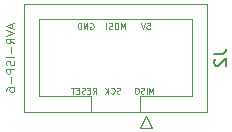
<source format=gbr>
%TF.GenerationSoftware,KiCad,Pcbnew,7.0.10*%
%TF.CreationDate,2024-03-10T15:03:06+01:00*%
%TF.ProjectId,dmg-gbc-cartridge-reader,646d672d-6762-4632-9d63-617274726964,rev?*%
%TF.SameCoordinates,Original*%
%TF.FileFunction,Legend,Bot*%
%TF.FilePolarity,Positive*%
%FSLAX46Y46*%
G04 Gerber Fmt 4.6, Leading zero omitted, Abs format (unit mm)*
G04 Created by KiCad (PCBNEW 7.0.10) date 2024-03-10 15:03:06*
%MOMM*%
%LPD*%
G01*
G04 APERTURE LIST*
%ADD10C,0.070000*%
%ADD11C,0.150000*%
%ADD12C,0.100000*%
%ADD13C,0.120000*%
G04 APERTURE END LIST*
D10*
X77493714Y-94588669D02*
X77493714Y-94088669D01*
X77493714Y-94088669D02*
X77327047Y-94445812D01*
X77327047Y-94445812D02*
X77160381Y-94088669D01*
X77160381Y-94088669D02*
X77160381Y-94588669D01*
X76922285Y-94588669D02*
X76922285Y-94088669D01*
X76707999Y-94564860D02*
X76636571Y-94588669D01*
X76636571Y-94588669D02*
X76517523Y-94588669D01*
X76517523Y-94588669D02*
X76469904Y-94564860D01*
X76469904Y-94564860D02*
X76446095Y-94541050D01*
X76446095Y-94541050D02*
X76422285Y-94493431D01*
X76422285Y-94493431D02*
X76422285Y-94445812D01*
X76422285Y-94445812D02*
X76446095Y-94398193D01*
X76446095Y-94398193D02*
X76469904Y-94374383D01*
X76469904Y-94374383D02*
X76517523Y-94350574D01*
X76517523Y-94350574D02*
X76612761Y-94326764D01*
X76612761Y-94326764D02*
X76660380Y-94302955D01*
X76660380Y-94302955D02*
X76684190Y-94279145D01*
X76684190Y-94279145D02*
X76707999Y-94231526D01*
X76707999Y-94231526D02*
X76707999Y-94183907D01*
X76707999Y-94183907D02*
X76684190Y-94136288D01*
X76684190Y-94136288D02*
X76660380Y-94112479D01*
X76660380Y-94112479D02*
X76612761Y-94088669D01*
X76612761Y-94088669D02*
X76493714Y-94088669D01*
X76493714Y-94088669D02*
X76422285Y-94112479D01*
X76112762Y-94088669D02*
X76017524Y-94088669D01*
X76017524Y-94088669D02*
X75969905Y-94112479D01*
X75969905Y-94112479D02*
X75922286Y-94160098D01*
X75922286Y-94160098D02*
X75898476Y-94255336D01*
X75898476Y-94255336D02*
X75898476Y-94422002D01*
X75898476Y-94422002D02*
X75922286Y-94517240D01*
X75922286Y-94517240D02*
X75969905Y-94564860D01*
X75969905Y-94564860D02*
X76017524Y-94588669D01*
X76017524Y-94588669D02*
X76112762Y-94588669D01*
X76112762Y-94588669D02*
X76160381Y-94564860D01*
X76160381Y-94564860D02*
X76208000Y-94517240D01*
X76208000Y-94517240D02*
X76231809Y-94422002D01*
X76231809Y-94422002D02*
X76231809Y-94255336D01*
X76231809Y-94255336D02*
X76208000Y-94160098D01*
X76208000Y-94160098D02*
X76160381Y-94112479D01*
X76160381Y-94112479D02*
X76112762Y-94088669D01*
X72135952Y-88651479D02*
X72183571Y-88627669D01*
X72183571Y-88627669D02*
X72255000Y-88627669D01*
X72255000Y-88627669D02*
X72326428Y-88651479D01*
X72326428Y-88651479D02*
X72374047Y-88699098D01*
X72374047Y-88699098D02*
X72397857Y-88746717D01*
X72397857Y-88746717D02*
X72421666Y-88841955D01*
X72421666Y-88841955D02*
X72421666Y-88913383D01*
X72421666Y-88913383D02*
X72397857Y-89008621D01*
X72397857Y-89008621D02*
X72374047Y-89056240D01*
X72374047Y-89056240D02*
X72326428Y-89103860D01*
X72326428Y-89103860D02*
X72255000Y-89127669D01*
X72255000Y-89127669D02*
X72207381Y-89127669D01*
X72207381Y-89127669D02*
X72135952Y-89103860D01*
X72135952Y-89103860D02*
X72112143Y-89080050D01*
X72112143Y-89080050D02*
X72112143Y-88913383D01*
X72112143Y-88913383D02*
X72207381Y-88913383D01*
X71897857Y-89127669D02*
X71897857Y-88627669D01*
X71897857Y-88627669D02*
X71612143Y-89127669D01*
X71612143Y-89127669D02*
X71612143Y-88627669D01*
X71374047Y-89127669D02*
X71374047Y-88627669D01*
X71374047Y-88627669D02*
X71254999Y-88627669D01*
X71254999Y-88627669D02*
X71183571Y-88651479D01*
X71183571Y-88651479D02*
X71135952Y-88699098D01*
X71135952Y-88699098D02*
X71112142Y-88746717D01*
X71112142Y-88746717D02*
X71088333Y-88841955D01*
X71088333Y-88841955D02*
X71088333Y-88913383D01*
X71088333Y-88913383D02*
X71112142Y-89008621D01*
X71112142Y-89008621D02*
X71135952Y-89056240D01*
X71135952Y-89056240D02*
X71183571Y-89103860D01*
X71183571Y-89103860D02*
X71254999Y-89127669D01*
X71254999Y-89127669D02*
X71374047Y-89127669D01*
X76930237Y-88627669D02*
X77168332Y-88627669D01*
X77168332Y-88627669D02*
X77192141Y-88865764D01*
X77192141Y-88865764D02*
X77168332Y-88841955D01*
X77168332Y-88841955D02*
X77120713Y-88818145D01*
X77120713Y-88818145D02*
X77001665Y-88818145D01*
X77001665Y-88818145D02*
X76954046Y-88841955D01*
X76954046Y-88841955D02*
X76930237Y-88865764D01*
X76930237Y-88865764D02*
X76906427Y-88913383D01*
X76906427Y-88913383D02*
X76906427Y-89032431D01*
X76906427Y-89032431D02*
X76930237Y-89080050D01*
X76930237Y-89080050D02*
X76954046Y-89103860D01*
X76954046Y-89103860D02*
X77001665Y-89127669D01*
X77001665Y-89127669D02*
X77120713Y-89127669D01*
X77120713Y-89127669D02*
X77168332Y-89103860D01*
X77168332Y-89103860D02*
X77192141Y-89080050D01*
X76763570Y-88627669D02*
X76596904Y-89127669D01*
X76596904Y-89127669D02*
X76430237Y-88627669D01*
X75080714Y-89127669D02*
X75080714Y-88627669D01*
X75080714Y-88627669D02*
X74914047Y-88984812D01*
X74914047Y-88984812D02*
X74747381Y-88627669D01*
X74747381Y-88627669D02*
X74747381Y-89127669D01*
X74414047Y-88627669D02*
X74318809Y-88627669D01*
X74318809Y-88627669D02*
X74271190Y-88651479D01*
X74271190Y-88651479D02*
X74223571Y-88699098D01*
X74223571Y-88699098D02*
X74199761Y-88794336D01*
X74199761Y-88794336D02*
X74199761Y-88961002D01*
X74199761Y-88961002D02*
X74223571Y-89056240D01*
X74223571Y-89056240D02*
X74271190Y-89103860D01*
X74271190Y-89103860D02*
X74318809Y-89127669D01*
X74318809Y-89127669D02*
X74414047Y-89127669D01*
X74414047Y-89127669D02*
X74461666Y-89103860D01*
X74461666Y-89103860D02*
X74509285Y-89056240D01*
X74509285Y-89056240D02*
X74533094Y-88961002D01*
X74533094Y-88961002D02*
X74533094Y-88794336D01*
X74533094Y-88794336D02*
X74509285Y-88699098D01*
X74509285Y-88699098D02*
X74461666Y-88651479D01*
X74461666Y-88651479D02*
X74414047Y-88627669D01*
X74009284Y-89103860D02*
X73937856Y-89127669D01*
X73937856Y-89127669D02*
X73818808Y-89127669D01*
X73818808Y-89127669D02*
X73771189Y-89103860D01*
X73771189Y-89103860D02*
X73747380Y-89080050D01*
X73747380Y-89080050D02*
X73723570Y-89032431D01*
X73723570Y-89032431D02*
X73723570Y-88984812D01*
X73723570Y-88984812D02*
X73747380Y-88937193D01*
X73747380Y-88937193D02*
X73771189Y-88913383D01*
X73771189Y-88913383D02*
X73818808Y-88889574D01*
X73818808Y-88889574D02*
X73914046Y-88865764D01*
X73914046Y-88865764D02*
X73961665Y-88841955D01*
X73961665Y-88841955D02*
X73985475Y-88818145D01*
X73985475Y-88818145D02*
X74009284Y-88770526D01*
X74009284Y-88770526D02*
X74009284Y-88722907D01*
X74009284Y-88722907D02*
X73985475Y-88675288D01*
X73985475Y-88675288D02*
X73961665Y-88651479D01*
X73961665Y-88651479D02*
X73914046Y-88627669D01*
X73914046Y-88627669D02*
X73794999Y-88627669D01*
X73794999Y-88627669D02*
X73723570Y-88651479D01*
X73509285Y-89127669D02*
X73509285Y-88627669D01*
X72354190Y-94588669D02*
X72520856Y-94350574D01*
X72639904Y-94588669D02*
X72639904Y-94088669D01*
X72639904Y-94088669D02*
X72449428Y-94088669D01*
X72449428Y-94088669D02*
X72401809Y-94112479D01*
X72401809Y-94112479D02*
X72377999Y-94136288D01*
X72377999Y-94136288D02*
X72354190Y-94183907D01*
X72354190Y-94183907D02*
X72354190Y-94255336D01*
X72354190Y-94255336D02*
X72377999Y-94302955D01*
X72377999Y-94302955D02*
X72401809Y-94326764D01*
X72401809Y-94326764D02*
X72449428Y-94350574D01*
X72449428Y-94350574D02*
X72639904Y-94350574D01*
X72139904Y-94326764D02*
X71973237Y-94326764D01*
X71901809Y-94588669D02*
X72139904Y-94588669D01*
X72139904Y-94588669D02*
X72139904Y-94088669D01*
X72139904Y-94088669D02*
X71901809Y-94088669D01*
X71711332Y-94564860D02*
X71639904Y-94588669D01*
X71639904Y-94588669D02*
X71520856Y-94588669D01*
X71520856Y-94588669D02*
X71473237Y-94564860D01*
X71473237Y-94564860D02*
X71449428Y-94541050D01*
X71449428Y-94541050D02*
X71425618Y-94493431D01*
X71425618Y-94493431D02*
X71425618Y-94445812D01*
X71425618Y-94445812D02*
X71449428Y-94398193D01*
X71449428Y-94398193D02*
X71473237Y-94374383D01*
X71473237Y-94374383D02*
X71520856Y-94350574D01*
X71520856Y-94350574D02*
X71616094Y-94326764D01*
X71616094Y-94326764D02*
X71663713Y-94302955D01*
X71663713Y-94302955D02*
X71687523Y-94279145D01*
X71687523Y-94279145D02*
X71711332Y-94231526D01*
X71711332Y-94231526D02*
X71711332Y-94183907D01*
X71711332Y-94183907D02*
X71687523Y-94136288D01*
X71687523Y-94136288D02*
X71663713Y-94112479D01*
X71663713Y-94112479D02*
X71616094Y-94088669D01*
X71616094Y-94088669D02*
X71497047Y-94088669D01*
X71497047Y-94088669D02*
X71425618Y-94112479D01*
X71211333Y-94326764D02*
X71044666Y-94326764D01*
X70973238Y-94588669D02*
X71211333Y-94588669D01*
X71211333Y-94588669D02*
X71211333Y-94088669D01*
X71211333Y-94088669D02*
X70973238Y-94088669D01*
X70830380Y-94088669D02*
X70544666Y-94088669D01*
X70687523Y-94588669D02*
X70687523Y-94088669D01*
X74683856Y-94564860D02*
X74612428Y-94588669D01*
X74612428Y-94588669D02*
X74493380Y-94588669D01*
X74493380Y-94588669D02*
X74445761Y-94564860D01*
X74445761Y-94564860D02*
X74421952Y-94541050D01*
X74421952Y-94541050D02*
X74398142Y-94493431D01*
X74398142Y-94493431D02*
X74398142Y-94445812D01*
X74398142Y-94445812D02*
X74421952Y-94398193D01*
X74421952Y-94398193D02*
X74445761Y-94374383D01*
X74445761Y-94374383D02*
X74493380Y-94350574D01*
X74493380Y-94350574D02*
X74588618Y-94326764D01*
X74588618Y-94326764D02*
X74636237Y-94302955D01*
X74636237Y-94302955D02*
X74660047Y-94279145D01*
X74660047Y-94279145D02*
X74683856Y-94231526D01*
X74683856Y-94231526D02*
X74683856Y-94183907D01*
X74683856Y-94183907D02*
X74660047Y-94136288D01*
X74660047Y-94136288D02*
X74636237Y-94112479D01*
X74636237Y-94112479D02*
X74588618Y-94088669D01*
X74588618Y-94088669D02*
X74469571Y-94088669D01*
X74469571Y-94088669D02*
X74398142Y-94112479D01*
X73898143Y-94541050D02*
X73921952Y-94564860D01*
X73921952Y-94564860D02*
X73993381Y-94588669D01*
X73993381Y-94588669D02*
X74041000Y-94588669D01*
X74041000Y-94588669D02*
X74112428Y-94564860D01*
X74112428Y-94564860D02*
X74160047Y-94517240D01*
X74160047Y-94517240D02*
X74183857Y-94469621D01*
X74183857Y-94469621D02*
X74207666Y-94374383D01*
X74207666Y-94374383D02*
X74207666Y-94302955D01*
X74207666Y-94302955D02*
X74183857Y-94207717D01*
X74183857Y-94207717D02*
X74160047Y-94160098D01*
X74160047Y-94160098D02*
X74112428Y-94112479D01*
X74112428Y-94112479D02*
X74041000Y-94088669D01*
X74041000Y-94088669D02*
X73993381Y-94088669D01*
X73993381Y-94088669D02*
X73921952Y-94112479D01*
X73921952Y-94112479D02*
X73898143Y-94136288D01*
X73683857Y-94588669D02*
X73683857Y-94088669D01*
X73398143Y-94588669D02*
X73612428Y-94302955D01*
X73398143Y-94088669D02*
X73683857Y-94374383D01*
D11*
X82639819Y-91233666D02*
X83354104Y-91233666D01*
X83354104Y-91233666D02*
X83496961Y-91186047D01*
X83496961Y-91186047D02*
X83592200Y-91090809D01*
X83592200Y-91090809D02*
X83639819Y-90947952D01*
X83639819Y-90947952D02*
X83639819Y-90852714D01*
X82735057Y-91662238D02*
X82687438Y-91709857D01*
X82687438Y-91709857D02*
X82639819Y-91805095D01*
X82639819Y-91805095D02*
X82639819Y-92043190D01*
X82639819Y-92043190D02*
X82687438Y-92138428D01*
X82687438Y-92138428D02*
X82735057Y-92186047D01*
X82735057Y-92186047D02*
X82830295Y-92233666D01*
X82830295Y-92233666D02*
X82925533Y-92233666D01*
X82925533Y-92233666D02*
X83068390Y-92186047D01*
X83068390Y-92186047D02*
X83639819Y-91614619D01*
X83639819Y-91614619D02*
X83639819Y-92233666D01*
D12*
X65523633Y-88700333D02*
X65523633Y-89033666D01*
X65723633Y-88633666D02*
X65023633Y-88867000D01*
X65023633Y-88867000D02*
X65723633Y-89100333D01*
X65023633Y-89233666D02*
X65723633Y-89467000D01*
X65723633Y-89467000D02*
X65023633Y-89700333D01*
X65723633Y-90333666D02*
X65390300Y-90100333D01*
X65723633Y-89933666D02*
X65023633Y-89933666D01*
X65023633Y-89933666D02*
X65023633Y-90200333D01*
X65023633Y-90200333D02*
X65056966Y-90267000D01*
X65056966Y-90267000D02*
X65090300Y-90300333D01*
X65090300Y-90300333D02*
X65156966Y-90333666D01*
X65156966Y-90333666D02*
X65256966Y-90333666D01*
X65256966Y-90333666D02*
X65323633Y-90300333D01*
X65323633Y-90300333D02*
X65356966Y-90267000D01*
X65356966Y-90267000D02*
X65390300Y-90200333D01*
X65390300Y-90200333D02*
X65390300Y-89933666D01*
X65456966Y-90633666D02*
X65456966Y-91167000D01*
X65723633Y-91500333D02*
X65023633Y-91500333D01*
X65690300Y-91800333D02*
X65723633Y-91900333D01*
X65723633Y-91900333D02*
X65723633Y-92067000D01*
X65723633Y-92067000D02*
X65690300Y-92133666D01*
X65690300Y-92133666D02*
X65656966Y-92167000D01*
X65656966Y-92167000D02*
X65590300Y-92200333D01*
X65590300Y-92200333D02*
X65523633Y-92200333D01*
X65523633Y-92200333D02*
X65456966Y-92167000D01*
X65456966Y-92167000D02*
X65423633Y-92133666D01*
X65423633Y-92133666D02*
X65390300Y-92067000D01*
X65390300Y-92067000D02*
X65356966Y-91933666D01*
X65356966Y-91933666D02*
X65323633Y-91867000D01*
X65323633Y-91867000D02*
X65290300Y-91833666D01*
X65290300Y-91833666D02*
X65223633Y-91800333D01*
X65223633Y-91800333D02*
X65156966Y-91800333D01*
X65156966Y-91800333D02*
X65090300Y-91833666D01*
X65090300Y-91833666D02*
X65056966Y-91867000D01*
X65056966Y-91867000D02*
X65023633Y-91933666D01*
X65023633Y-91933666D02*
X65023633Y-92100333D01*
X65023633Y-92100333D02*
X65056966Y-92200333D01*
X65723633Y-92500333D02*
X65023633Y-92500333D01*
X65023633Y-92500333D02*
X65023633Y-92767000D01*
X65023633Y-92767000D02*
X65056966Y-92833667D01*
X65056966Y-92833667D02*
X65090300Y-92867000D01*
X65090300Y-92867000D02*
X65156966Y-92900333D01*
X65156966Y-92900333D02*
X65256966Y-92900333D01*
X65256966Y-92900333D02*
X65323633Y-92867000D01*
X65323633Y-92867000D02*
X65356966Y-92833667D01*
X65356966Y-92833667D02*
X65390300Y-92767000D01*
X65390300Y-92767000D02*
X65390300Y-92500333D01*
X65456966Y-93200333D02*
X65456966Y-93733667D01*
X65023633Y-94367000D02*
X65023633Y-94233667D01*
X65023633Y-94233667D02*
X65056966Y-94167000D01*
X65056966Y-94167000D02*
X65090300Y-94133667D01*
X65090300Y-94133667D02*
X65190300Y-94067000D01*
X65190300Y-94067000D02*
X65323633Y-94033667D01*
X65323633Y-94033667D02*
X65590300Y-94033667D01*
X65590300Y-94033667D02*
X65656966Y-94067000D01*
X65656966Y-94067000D02*
X65690300Y-94100334D01*
X65690300Y-94100334D02*
X65723633Y-94167000D01*
X65723633Y-94167000D02*
X65723633Y-94300334D01*
X65723633Y-94300334D02*
X65690300Y-94367000D01*
X65690300Y-94367000D02*
X65656966Y-94400334D01*
X65656966Y-94400334D02*
X65590300Y-94433667D01*
X65590300Y-94433667D02*
X65423633Y-94433667D01*
X65423633Y-94433667D02*
X65356966Y-94400334D01*
X65356966Y-94400334D02*
X65323633Y-94367000D01*
X65323633Y-94367000D02*
X65290300Y-94300334D01*
X65290300Y-94300334D02*
X65290300Y-94167000D01*
X65290300Y-94167000D02*
X65323633Y-94100334D01*
X65323633Y-94100334D02*
X65356966Y-94067000D01*
X65356966Y-94067000D02*
X65423633Y-94033667D01*
D13*
%TO.C,J2*%
X76335000Y-97517000D02*
X76835000Y-96517000D01*
X77335000Y-97517000D02*
X76335000Y-97517000D01*
X76835000Y-96517000D02*
X77335000Y-97517000D01*
X66545000Y-96127000D02*
X82045000Y-96127000D01*
X76345000Y-96127000D02*
X76345000Y-94817000D01*
X82045000Y-96127000D02*
X82045000Y-87007000D01*
X67845000Y-94817000D02*
X72245000Y-94817000D01*
X72245000Y-94817000D02*
X72245000Y-96127000D01*
X72245000Y-94817000D02*
X72245000Y-94817000D01*
X76345000Y-94817000D02*
X80745000Y-94817000D01*
X80745000Y-94817000D02*
X80745000Y-88317000D01*
X67845000Y-88317000D02*
X67845000Y-94817000D01*
X80745000Y-88317000D02*
X67845000Y-88317000D01*
X66545000Y-87007000D02*
X66545000Y-96127000D01*
X82045000Y-87007000D02*
X66545000Y-87007000D01*
%TD*%
M02*

</source>
